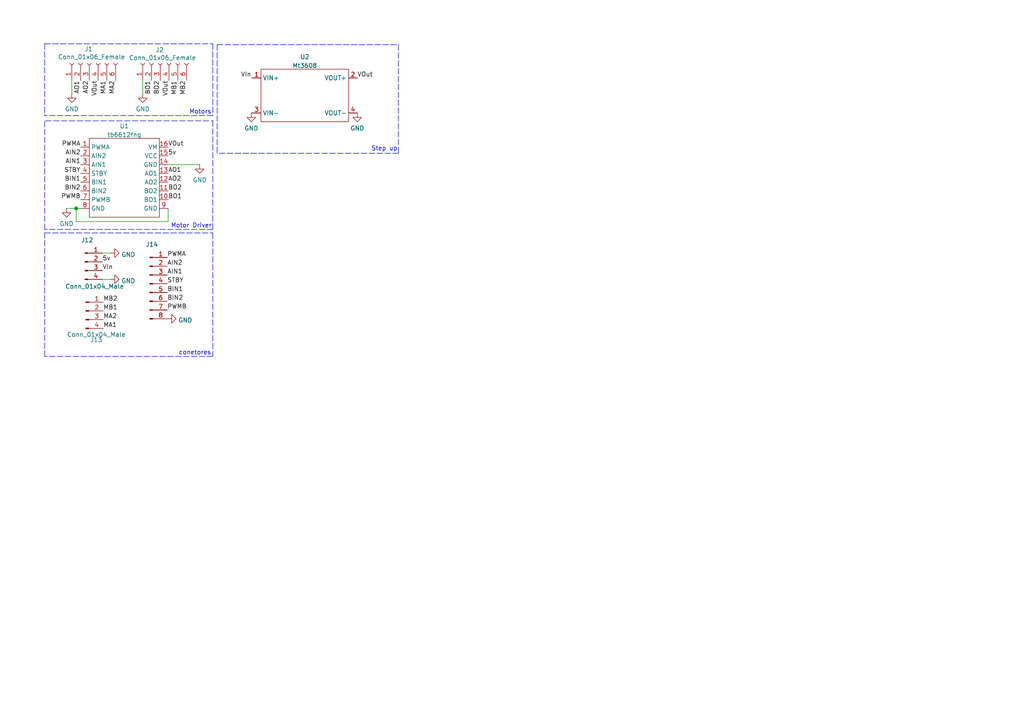
<source format=kicad_sch>
(kicad_sch (version 20211123) (generator eeschema)
  (paper "A4")
  (lib_symbols
    (symbol "Connector:Conn_01x04_Male" (pin_names (offset 1.016) hide)
      (property "Reference" "J" (at 0 5.08 0))
      (property "Value" "Conn_01x04_Male" (at 0 -7.62 0))
      (symbol "Conn_01x04_Male_1_1"
        (polyline (pts (xy 1.27 -5.08) (xy 0.8636 -5.08)) (stroke (width 0.1524)))
        (polyline (pts (xy 1.27 -2.54) (xy 0.8636 -2.54)) (stroke (width 0.1524)))
        (polyline (pts (xy 1.27 0) (xy 0.8636 0)) (stroke (width 0.1524)))
        (polyline (pts (xy 1.27 2.54) (xy 0.8636 2.54)) (stroke (width 0.1524)))
        (rectangle (start 0.8636 -4.953) (end 0 -5.207) (stroke (width 0.1524)) (fill (type outline)))
        (rectangle (start 0.8636 -2.413) (end 0 -2.667) (stroke (width 0.1524)) (fill (type outline)))
        (rectangle (start 0.8636 0.127) (end 0 -0.127) (stroke (width 0.1524)) (fill (type outline)))
        (rectangle (start 0.8636 2.667) (end 0 2.413) (stroke (width 0.1524)) (fill (type outline)))
        (pin passive line (at 5.08 2.54 180) (length 3.81) (name "Pin_1") (number "1"))
        (pin passive line (at 5.08 0 180) (length 3.81) (name "Pin_2") (number "2"))
        (pin passive line (at 5.08 -2.54 180) (length 3.81) (name "Pin_3") (number "3"))
        (pin passive line (at 5.08 -5.08 180) (length 3.81) (name "Pin_4") (number "4"))
      )
    )
    (symbol "Connector:Conn_01x06_Female" (pin_names (offset 1.016) hide)
      (property "Reference" "J" (at 0 7.62 0))
      (property "Value" "Conn_01x06_Female" (at 0 -10.16 0))
      (symbol "Conn_01x06_Female_1_1"
        (arc (start 0 -7.112) (mid -0.508 -7.62) (end 0 -8.128) (stroke (width 0.1524)))
        (arc (start 0 -4.572) (mid -0.508 -5.08) (end 0 -5.588) (stroke (width 0.1524)))
        (arc (start 0 -2.032) (mid -0.508 -2.54) (end 0 -3.048) (stroke (width 0.1524)))
        (polyline (pts (xy -1.27 -7.62) (xy -0.508 -7.62)) (stroke (width 0.1524)))
        (polyline (pts (xy -1.27 -5.08) (xy -0.508 -5.08)) (stroke (width 0.1524)))
        (polyline (pts (xy -1.27 -2.54) (xy -0.508 -2.54)) (stroke (width 0.1524)))
        (polyline (pts (xy -1.27 0) (xy -0.508 0)) (stroke (width 0.1524)))
        (polyline (pts (xy -1.27 2.54) (xy -0.508 2.54)) (stroke (width 0.1524)))
        (polyline (pts (xy -1.27 5.08) (xy -0.508 5.08)) (stroke (width 0.1524)))
        (arc (start 0 0.508) (mid -0.508 0) (end 0 -0.508) (stroke (width 0.1524)))
        (arc (start 0 3.048) (mid -0.508 2.54) (end 0 2.032) (stroke (width 0.1524)))
        (arc (start 0 5.588) (mid -0.508 5.08) (end 0 4.572) (stroke (width 0.1524)))
        (pin passive line (at -5.08 5.08 0) (length 3.81) (name "Pin_1") (number "1"))
        (pin passive line (at -5.08 2.54 0) (length 3.81) (name "Pin_2") (number "2"))
        (pin passive line (at -5.08 0 0) (length 3.81) (name "Pin_3") (number "3"))
        (pin passive line (at -5.08 -2.54 0) (length 3.81) (name "Pin_4") (number "4"))
        (pin passive line (at -5.08 -5.08 0) (length 3.81) (name "Pin_5") (number "5"))
        (pin passive line (at -5.08 -7.62 0) (length 3.81) (name "Pin_6") (number "6"))
      )
    )
    (symbol "Connector:Conn_01x08_Male" (pin_names (offset 1.016) hide)
      (property "Reference" "J" (at 0 10.16 0))
      (property "Value" "Conn_01x08_Male" (at 0 -12.7 0))
      (symbol "Conn_01x08_Male_1_1"
        (polyline (pts (xy 1.27 -10.16) (xy 0.8636 -10.16)) (stroke (width 0.1524)))
        (polyline (pts (xy 1.27 -7.62) (xy 0.8636 -7.62)) (stroke (width 0.1524)))
        (polyline (pts (xy 1.27 -5.08) (xy 0.8636 -5.08)) (stroke (width 0.1524)))
        (polyline (pts (xy 1.27 -2.54) (xy 0.8636 -2.54)) (stroke (width 0.1524)))
        (polyline (pts (xy 1.27 0) (xy 0.8636 0)) (stroke (width 0.1524)))
        (polyline (pts (xy 1.27 2.54) (xy 0.8636 2.54)) (stroke (width 0.1524)))
        (polyline (pts (xy 1.27 5.08) (xy 0.8636 5.08)) (stroke (width 0.1524)))
        (polyline (pts (xy 1.27 7.62) (xy 0.8636 7.62)) (stroke (width 0.1524)))
        (rectangle (start 0.8636 -10.033) (end 0 -10.287) (stroke (width 0.1524)) (fill (type outline)))
        (rectangle (start 0.8636 -7.493) (end 0 -7.747) (stroke (width 0.1524)) (fill (type outline)))
        (rectangle (start 0.8636 -4.953) (end 0 -5.207) (stroke (width 0.1524)) (fill (type outline)))
        (rectangle (start 0.8636 -2.413) (end 0 -2.667) (stroke (width 0.1524)) (fill (type outline)))
        (rectangle (start 0.8636 0.127) (end 0 -0.127) (stroke (width 0.1524)) (fill (type outline)))
        (rectangle (start 0.8636 2.667) (end 0 2.413) (stroke (width 0.1524)) (fill (type outline)))
        (rectangle (start 0.8636 5.207) (end 0 4.953) (stroke (width 0.1524)) (fill (type outline)))
        (rectangle (start 0.8636 7.747) (end 0 7.493) (stroke (width 0.1524)) (fill (type outline)))
        (pin passive line (at 5.08 7.62 180) (length 3.81) (name "Pin_1") (number "1"))
        (pin passive line (at 5.08 5.08 180) (length 3.81) (name "Pin_2") (number "2"))
        (pin passive line (at 5.08 2.54 180) (length 3.81) (name "Pin_3") (number "3"))
        (pin passive line (at 5.08 0 180) (length 3.81) (name "Pin_4") (number "4"))
        (pin passive line (at 5.08 -2.54 180) (length 3.81) (name "Pin_5") (number "5"))
        (pin passive line (at 5.08 -5.08 180) (length 3.81) (name "Pin_6") (number "6"))
        (pin passive line (at 5.08 -7.62 180) (length 3.81) (name "Pin_7") (number "7"))
        (pin passive line (at 5.08 -10.16 180) (length 3.81) (name "Pin_8") (number "8"))
      )
    )
    (symbol "power:GND" (power) (pin_names (offset 0))
      (property "Value" "GND" (at 0 -3.81 0))
      (symbol "GND_0_1"
        (polyline (pts (xy 0 0) (xy 0 -1.27) (xy 1.27 -1.27) (xy 0 -2.54) (xy -1.27 -1.27) (xy 0 -1.27)))
      )
      (symbol "GND_1_1"
        (pin power_in line (at 0 0 270) (length 0) hide (name "GND") (number "1"))
      )
    )
    (symbol "propios:Mt3608"
      (property "Reference" "U" (at 0 0 0))
      (property "Value" "Mt3608" (at 0 0 0))
      (symbol "Mt3608_0_1"
        (rectangle (start -12.7 -2.54) (end 12.7 -17.78))
      )
      (symbol "Mt3608_1_1"
        (pin input line (at -15.24 -5.08 0) (length 2.54) (name "VIN+") (number "1"))
        (pin input line (at 15.24 -5.08 180) (length 2.54) (name "VOUT+") (number "2"))
        (pin input line (at -15.24 -15.24 0) (length 2.54) (name "VIN-") (number "3"))
        (pin input line (at 15.24 -15.24 180) (length 2.54) (name "VOUT-") (number "4"))
      )
    )
    (symbol "propios:tb6612fng"
      (property "Reference" "U" (at 0 0 0))
      (property "Value" "tb6612fng" (at 0 0 0))
      (symbol "tb6612fng_0_1"
        (rectangle (start -10.16 -2.54) (end 10.16 -25.4))
      )
      (symbol "tb6612fng_1_1"
        (pin input line (at -12.7 -5.08 0) (length 2.54) (name "PWMA") (number "1"))
        (pin input line (at 12.7 -20.32 180) (length 2.54) (name "BO1") (number "10"))
        (pin input line (at 12.7 -17.78 180) (length 2.54) (name "BO2") (number "11"))
        (pin input line (at 12.7 -15.24 180) (length 2.54) (name "AO2") (number "12"))
        (pin input line (at 12.7 -12.7 180) (length 2.54) (name "AO1") (number "13"))
        (pin input line (at 12.7 -10.16 180) (length 2.54) (name "GND") (number "14"))
        (pin input line (at 12.7 -7.62 180) (length 2.54) (name "VCC") (number "15"))
        (pin input line (at 12.7 -5.08 180) (length 2.54) (name "VM") (number "16"))
        (pin input line (at -12.7 -7.62 0) (length 2.54) (name "AIN2") (number "2"))
        (pin input line (at -12.7 -10.16 0) (length 2.54) (name "AIN1") (number "3"))
        (pin input line (at -12.7 -12.7 0) (length 2.54) (name "STBY") (number "4"))
        (pin input line (at -12.7 -15.24 0) (length 2.54) (name "BIN1") (number "5"))
        (pin input line (at -12.7 -17.78 0) (length 2.54) (name "BIN2") (number "6"))
        (pin input line (at -12.7 -20.32 0) (length 2.54) (name "PWMB") (number "7"))
        (pin input line (at -12.7 -22.86 0) (length 2.54) (name "GND") (number "8"))
        (pin input line (at 12.7 -22.86 180) (length 2.54) (name "GND") (number "9"))
      )
    )
  )
  (junction (at 22.098 60.452))
  (wire (pts (xy 57.912 47.752) (xy 48.768 47.752)))
  (wire (pts (xy 20.828 27.178) (xy 20.828 23.368)))
  (polyline (pts (xy 61.722 35.052) (xy 61.722 66.548)))
  (polyline (pts (xy 13.208 35.052) (xy 61.722 35.052)))
  (wire (pts (xy 72.898 22.606) (xy 73.152 22.606)))
  (polyline (pts (xy 12.954 12.7) (xy 12.954 33.528)))
  (polyline (pts (xy 61.722 66.548) (xy 12.954 66.548)))
  (polyline (pts (xy 61.722 33.528) (xy 12.954 33.528)))
  (polyline (pts (xy 12.954 67.564) (xy 61.722 67.564)))
  (wire (pts (xy 19.304 60.452) (xy 22.098 60.452)))
  (polyline (pts (xy 61.722 67.564) (xy 61.722 103.378)))
  (wire (pts (xy 48.768 64.262) (xy 22.098 64.262)))
  (wire (pts (xy 41.402 27.178) (xy 41.402 23.368)))
  (wire (pts (xy 32.004 73.406) (xy 29.718 73.406)))
  (polyline (pts (xy 62.992 12.954) (xy 62.992 44.45)))
  (polyline (pts (xy 61.722 12.7) (xy 61.722 33.528)))
  (wire (pts (xy 48.768 60.452) (xy 48.768 64.262)))
  (wire (pts (xy 32.004 81.026) (xy 29.718 81.026)))
  (wire (pts (xy 22.098 60.452) (xy 23.368 60.452)))
  (polyline (pts (xy 12.954 66.548) (xy 12.954 35.052)))
  (polyline (pts (xy 61.722 103.378) (xy 12.954 103.378)))
  (wire (pts (xy 22.098 64.262) (xy 22.098 60.452)))
  (polyline (pts (xy 115.57 44.45) (xy 62.992 44.45)))
  (polyline (pts (xy 12.954 12.7) (xy 61.722 12.7)))
  (polyline (pts (xy 115.57 12.954) (xy 115.57 44.45)))
  (polyline (pts (xy 62.992 12.954) (xy 115.57 12.954)))
  (wire (pts (xy 72.898 32.766) (xy 73.152 32.766)))
  (polyline (pts (xy 12.954 103.378) (xy 12.954 67.564)))
  (text "Motors\n" (at 54.864 33.274 0) (effects (font (size 1.27 1.27)) (justify left bottom)))
  (text "conetores\n" (at 51.816 103.124 0) (effects (font (size 1.27 1.27)) (justify left bottom)))
  (text "Motor Driver\n" (at 49.53 66.294 0) (effects (font (size 1.27 1.27)) (justify left bottom)))
  (text "Step up\n" (at 107.696 43.942 0) (effects (font (size 1.27 1.27)) (justify left bottom)))
  (label "AIN1" (at 48.514 79.756 0))
  (label "MB1" (at 29.972 90.17 0))
  (label "AO1" (at 48.768 50.292 0))
  (label "AIN1" (at 23.368 47.752 180))
  (label "PWMA" (at 23.368 42.672 180))
  (label "AO2" (at 25.908 23.368 270))
  (label "BIN2" (at 48.514 87.376 0))
  (label "VOut" (at 103.632 22.606 0))
  (label "MB2" (at 29.972 87.63 0))
  (label "BIN1" (at 48.514 84.836 0))
  (label "BO2" (at 48.768 55.372 0))
  (label "PWMB" (at 48.514 89.916 0))
  (label "VIn" (at 72.898 22.606 180))
  (label "AIN2" (at 48.514 77.216 0))
  (label "MA1" (at 29.972 95.25 0))
  (label "VOut" (at 48.768 42.672 0))
  (label "MA2" (at 29.972 92.71 0))
  (label "STBY" (at 48.514 82.296 0))
  (label "5v" (at 48.768 45.212 0))
  (label "BO1" (at 43.942 23.368 270))
  (label "VOut" (at 28.448 23.368 270))
  (label "PWMA" (at 48.514 74.676 0))
  (label "AO2" (at 48.768 52.832 0))
  (label "AO1" (at 23.368 23.368 270))
  (label "BIN1" (at 23.368 52.832 180))
  (label "VIn" (at 29.718 78.486 0))
  (label "STBY" (at 23.368 50.292 180))
  (label "BO1" (at 48.768 57.912 0))
  (label "AIN2" (at 23.368 45.212 180))
  (label "PWMB" (at 23.368 57.912 180))
  (label "BO2" (at 46.482 23.368 270))
  (label "MA1" (at 30.988 23.368 270))
  (label "VOut" (at 49.022 23.368 270))
  (label "BIN2" (at 23.368 55.372 180))
  (label "MB1" (at 51.562 23.368 270))
  (label "MB2" (at 54.102 23.368 270))
  (label "5v" (at 29.718 75.946 0))
  (label "MA2" (at 33.528 23.368 270))
  (symbol (lib_id "power:GND") (at 32.004 73.406 90) (unit 1)
    (property "Reference" "#PWR0122" (effects hide))
    (property "Value" "GND" (at 35.179 73.8398 90) (effects (justify right)))
  )
  (symbol (lib_id "propios:tb6612fng") (at 36.068 37.592 0) (unit 1)
    (property "Reference" "U1" (at 36.068 36.5592 0))
    (property "Value" "tb6612fng" (at 36.068 39.0961 0))
    (property "Footprint" "propios:tb6612fng" (effects hide))
  )
  (symbol (lib_id "power:GND") (at 72.898 32.766 0) (unit 1)
    (property "Reference" "#PWR0106" (effects hide))
    (property "Value" "GND" (at 72.898 37.2094 0))
  )
  (symbol (lib_id "Connector:Conn_01x04_Male") (at 24.638 75.946 0) (unit 1)
    (property "Reference" "J12" (at 25.273 69.63 0))
    (property "Value" "Conn_01x04_Male" (at 27.432 83.058 0))
  )
  (symbol (lib_id "power:GND") (at 32.004 81.026 90) (unit 1)
    (property "Reference" "#PWR0123" (effects hide))
    (property "Value" "GND" (at 35.179 81.4598 90) (effects (justify right)))
  )
  (symbol (lib_id "Connector:Conn_01x06_Female") (at 25.908 18.288 90) (unit 1)
    (property "Reference" "J1" (at 26.924 14.224 90) (effects (justify left)))
    (property "Value" "Conn_01x06_Female" (at 36.322 16.51 90) (effects (justify left)))
  )
  (symbol (lib_id "power:GND") (at 20.828 27.178 0) (unit 1)
    (property "Reference" "#PWR0104" (effects hide))
    (property "Value" "GND" (at 20.828 31.6214 0))
  )
  (symbol (lib_id "Connector:Conn_01x08_Male") (at 43.434 82.296 0) (unit 1)
    (property "Reference" "J14" (at 44.069 70.9 0))
  )
  (symbol (lib_id "power:GND") (at 103.632 32.766 0) (unit 1)
    (property "Reference" "#PWR0105" (effects hide))
    (property "Value" "GND" (at 103.632 37.2094 0))
  )
  (symbol (lib_id "power:GND") (at 48.514 92.456 90) (unit 1)
    (property "Reference" "#PWR0121" (effects hide))
    (property "Value" "GND" (at 51.689 92.8898 90) (effects (justify right)))
  )
  (symbol (lib_id "Connector:Conn_01x06_Female") (at 46.482 18.288 90) (unit 1)
    (property "Reference" "J2" (at 47.498 14.478 90) (effects (justify left)))
    (property "Value" "Conn_01x06_Female" (at 56.896 16.764 90) (effects (justify left)))
  )
  (symbol (lib_id "power:GND") (at 19.304 60.452 0) (unit 1)
    (property "Reference" "#PWR0101" (effects hide))
    (property "Value" "GND" (at 19.304 64.8954 0))
  )
  (symbol (lib_id "Connector:Conn_01x04_Male") (at 24.892 90.17 0) (unit 1)
    (property "Reference" "J13" (at 27.94 98.552 0))
    (property "Value" "Conn_01x04_Male" (at 27.94 97.028 0))
  )
  (symbol (lib_id "power:GND") (at 41.402 27.178 0) (unit 1)
    (property "Reference" "#PWR0103" (effects hide))
    (property "Value" "GND" (at 41.402 31.6214 0))
  )
  (symbol (lib_id "power:GND") (at 57.912 47.752 0) (unit 1)
    (property "Reference" "#PWR0102" (effects hide))
    (property "Value" "GND" (at 57.912 52.1954 0))
  )
  (symbol (lib_id "propios:Mt3608") (at 88.392 17.526 0) (unit 1)
    (property "Reference" "U2" (at 88.392 16.4932 0))
    (property "Value" "Mt3608" (at 88.392 19.0301 0))
    (property "Footprint" "propios:MT3608" (effects hide))
  )
)
</source>
